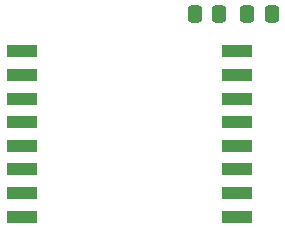
<source format=gbr>
%TF.GenerationSoftware,KiCad,Pcbnew,7.0.1*%
%TF.CreationDate,2023-04-28T09:42:27+02:00*%
%TF.ProjectId,RFM69HW_ANT,52464d36-3948-4575-9f41-4e542e6b6963,rev?*%
%TF.SameCoordinates,Original*%
%TF.FileFunction,Paste,Top*%
%TF.FilePolarity,Positive*%
%FSLAX46Y46*%
G04 Gerber Fmt 4.6, Leading zero omitted, Abs format (unit mm)*
G04 Created by KiCad (PCBNEW 7.0.1) date 2023-04-28 09:42:27*
%MOMM*%
%LPD*%
G01*
G04 APERTURE LIST*
G04 Aperture macros list*
%AMRoundRect*
0 Rectangle with rounded corners*
0 $1 Rounding radius*
0 $2 $3 $4 $5 $6 $7 $8 $9 X,Y pos of 4 corners*
0 Add a 4 corners polygon primitive as box body*
4,1,4,$2,$3,$4,$5,$6,$7,$8,$9,$2,$3,0*
0 Add four circle primitives for the rounded corners*
1,1,$1+$1,$2,$3*
1,1,$1+$1,$4,$5*
1,1,$1+$1,$6,$7*
1,1,$1+$1,$8,$9*
0 Add four rect primitives between the rounded corners*
20,1,$1+$1,$2,$3,$4,$5,0*
20,1,$1+$1,$4,$5,$6,$7,0*
20,1,$1+$1,$6,$7,$8,$9,0*
20,1,$1+$1,$8,$9,$2,$3,0*%
G04 Aperture macros list end*
%ADD10RoundRect,0.250000X0.337500X0.475000X-0.337500X0.475000X-0.337500X-0.475000X0.337500X-0.475000X0*%
%ADD11R,2.500000X1.000000*%
%ADD12RoundRect,0.250000X-0.337500X-0.475000X0.337500X-0.475000X0.337500X0.475000X-0.337500X0.475000X0*%
G04 APERTURE END LIST*
D10*
%TO.C,C1*%
X143510000Y-39370000D03*
X141435000Y-39370000D03*
%TD*%
D11*
%TO.C,U1*%
X144990000Y-56530000D03*
X144990000Y-54530000D03*
X144990000Y-52530000D03*
X144990000Y-50530000D03*
X144990000Y-48530000D03*
X144990000Y-46530000D03*
X144990000Y-44530000D03*
X144990000Y-42530000D03*
X126790000Y-42530000D03*
X126790000Y-44530000D03*
X126790000Y-46530000D03*
X126790000Y-48530000D03*
X126790000Y-50530000D03*
X126790000Y-52530000D03*
X126790000Y-54530000D03*
X126790000Y-56530000D03*
%TD*%
D12*
%TO.C,C2*%
X145880000Y-39370000D03*
X147955000Y-39370000D03*
%TD*%
M02*

</source>
